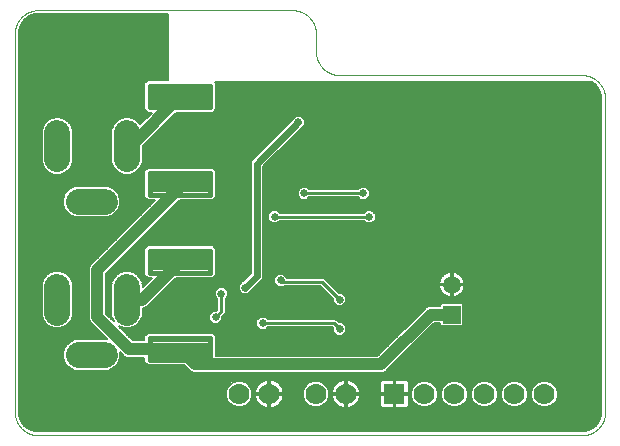
<source format=gbl>
G75*
%MOIN*%
%OFA0B0*%
%FSLAX25Y25*%
%IPPOS*%
%LPD*%
%AMOC8*
5,1,8,0,0,1.08239X$1,22.5*
%
%ADD10C,0.00000*%
%ADD11R,0.07000X0.07000*%
%ADD12C,0.07000*%
%ADD13R,0.05906X0.05906*%
%ADD14C,0.05906*%
%ADD15C,0.01811*%
%ADD16C,0.08661*%
%ADD17C,0.02578*%
%ADD18C,0.01000*%
%ADD19C,0.02400*%
%ADD20C,0.00600*%
%ADD21C,0.15811*%
%ADD22C,0.04000*%
D10*
X0086176Y0058146D02*
X0267279Y0058146D01*
X0267469Y0058148D01*
X0267659Y0058155D01*
X0267849Y0058167D01*
X0268039Y0058183D01*
X0268228Y0058203D01*
X0268417Y0058229D01*
X0268605Y0058258D01*
X0268792Y0058293D01*
X0268978Y0058332D01*
X0269163Y0058375D01*
X0269348Y0058423D01*
X0269531Y0058475D01*
X0269712Y0058531D01*
X0269892Y0058592D01*
X0270071Y0058658D01*
X0270248Y0058727D01*
X0270424Y0058801D01*
X0270597Y0058879D01*
X0270769Y0058962D01*
X0270938Y0059048D01*
X0271106Y0059138D01*
X0271271Y0059233D01*
X0271434Y0059331D01*
X0271594Y0059434D01*
X0271752Y0059540D01*
X0271907Y0059650D01*
X0272060Y0059763D01*
X0272210Y0059881D01*
X0272356Y0060002D01*
X0272500Y0060126D01*
X0272641Y0060254D01*
X0272779Y0060385D01*
X0272914Y0060520D01*
X0273045Y0060658D01*
X0273173Y0060799D01*
X0273297Y0060943D01*
X0273418Y0061089D01*
X0273536Y0061239D01*
X0273649Y0061392D01*
X0273759Y0061547D01*
X0273865Y0061705D01*
X0273968Y0061865D01*
X0274066Y0062028D01*
X0274161Y0062193D01*
X0274251Y0062361D01*
X0274337Y0062530D01*
X0274420Y0062702D01*
X0274498Y0062875D01*
X0274572Y0063051D01*
X0274641Y0063228D01*
X0274707Y0063407D01*
X0274768Y0063587D01*
X0274824Y0063768D01*
X0274876Y0063951D01*
X0274924Y0064136D01*
X0274967Y0064321D01*
X0275006Y0064507D01*
X0275041Y0064694D01*
X0275070Y0064882D01*
X0275096Y0065071D01*
X0275116Y0065260D01*
X0275132Y0065450D01*
X0275144Y0065640D01*
X0275151Y0065830D01*
X0275153Y0066020D01*
X0275153Y0170350D01*
X0275151Y0170540D01*
X0275144Y0170730D01*
X0275132Y0170920D01*
X0275116Y0171110D01*
X0275096Y0171299D01*
X0275070Y0171488D01*
X0275041Y0171676D01*
X0275006Y0171863D01*
X0274967Y0172049D01*
X0274924Y0172234D01*
X0274876Y0172419D01*
X0274824Y0172602D01*
X0274768Y0172783D01*
X0274707Y0172963D01*
X0274641Y0173142D01*
X0274572Y0173319D01*
X0274498Y0173495D01*
X0274420Y0173668D01*
X0274337Y0173840D01*
X0274251Y0174009D01*
X0274161Y0174177D01*
X0274066Y0174342D01*
X0273968Y0174505D01*
X0273865Y0174665D01*
X0273759Y0174823D01*
X0273649Y0174978D01*
X0273536Y0175131D01*
X0273418Y0175281D01*
X0273297Y0175427D01*
X0273173Y0175571D01*
X0273045Y0175712D01*
X0272914Y0175850D01*
X0272779Y0175985D01*
X0272641Y0176116D01*
X0272500Y0176244D01*
X0272356Y0176368D01*
X0272210Y0176489D01*
X0272060Y0176607D01*
X0271907Y0176720D01*
X0271752Y0176830D01*
X0271594Y0176936D01*
X0271434Y0177039D01*
X0271271Y0177137D01*
X0271106Y0177232D01*
X0270938Y0177322D01*
X0270769Y0177408D01*
X0270597Y0177491D01*
X0270424Y0177569D01*
X0270248Y0177643D01*
X0270071Y0177712D01*
X0269892Y0177778D01*
X0269712Y0177839D01*
X0269531Y0177895D01*
X0269348Y0177947D01*
X0269163Y0177995D01*
X0268978Y0178038D01*
X0268792Y0178077D01*
X0268605Y0178112D01*
X0268417Y0178141D01*
X0268228Y0178167D01*
X0268039Y0178187D01*
X0267849Y0178203D01*
X0267659Y0178215D01*
X0267469Y0178222D01*
X0267279Y0178224D01*
X0186570Y0178224D01*
X0186380Y0178226D01*
X0186190Y0178233D01*
X0186000Y0178245D01*
X0185810Y0178261D01*
X0185621Y0178281D01*
X0185432Y0178307D01*
X0185244Y0178336D01*
X0185057Y0178371D01*
X0184871Y0178410D01*
X0184686Y0178453D01*
X0184501Y0178501D01*
X0184318Y0178553D01*
X0184137Y0178609D01*
X0183957Y0178670D01*
X0183778Y0178736D01*
X0183601Y0178805D01*
X0183425Y0178879D01*
X0183252Y0178957D01*
X0183080Y0179040D01*
X0182911Y0179126D01*
X0182743Y0179216D01*
X0182578Y0179311D01*
X0182415Y0179409D01*
X0182255Y0179512D01*
X0182097Y0179618D01*
X0181942Y0179728D01*
X0181789Y0179841D01*
X0181639Y0179959D01*
X0181493Y0180080D01*
X0181349Y0180204D01*
X0181208Y0180332D01*
X0181070Y0180463D01*
X0180935Y0180598D01*
X0180804Y0180736D01*
X0180676Y0180877D01*
X0180552Y0181021D01*
X0180431Y0181167D01*
X0180313Y0181317D01*
X0180200Y0181470D01*
X0180090Y0181625D01*
X0179984Y0181783D01*
X0179881Y0181943D01*
X0179783Y0182106D01*
X0179688Y0182271D01*
X0179598Y0182439D01*
X0179512Y0182608D01*
X0179429Y0182780D01*
X0179351Y0182953D01*
X0179277Y0183129D01*
X0179208Y0183306D01*
X0179142Y0183485D01*
X0179081Y0183665D01*
X0179025Y0183846D01*
X0178973Y0184029D01*
X0178925Y0184214D01*
X0178882Y0184399D01*
X0178843Y0184585D01*
X0178808Y0184772D01*
X0178779Y0184960D01*
X0178753Y0185149D01*
X0178733Y0185338D01*
X0178717Y0185528D01*
X0178705Y0185718D01*
X0178698Y0185908D01*
X0178696Y0186098D01*
X0178696Y0192004D01*
X0178694Y0192194D01*
X0178687Y0192384D01*
X0178675Y0192574D01*
X0178659Y0192764D01*
X0178639Y0192953D01*
X0178613Y0193142D01*
X0178584Y0193330D01*
X0178549Y0193517D01*
X0178510Y0193703D01*
X0178467Y0193888D01*
X0178419Y0194073D01*
X0178367Y0194256D01*
X0178311Y0194437D01*
X0178250Y0194617D01*
X0178184Y0194796D01*
X0178115Y0194973D01*
X0178041Y0195149D01*
X0177963Y0195322D01*
X0177880Y0195494D01*
X0177794Y0195663D01*
X0177704Y0195831D01*
X0177609Y0195996D01*
X0177511Y0196159D01*
X0177408Y0196319D01*
X0177302Y0196477D01*
X0177192Y0196632D01*
X0177079Y0196785D01*
X0176961Y0196935D01*
X0176840Y0197081D01*
X0176716Y0197225D01*
X0176588Y0197366D01*
X0176457Y0197504D01*
X0176322Y0197639D01*
X0176184Y0197770D01*
X0176043Y0197898D01*
X0175899Y0198022D01*
X0175753Y0198143D01*
X0175603Y0198261D01*
X0175450Y0198374D01*
X0175295Y0198484D01*
X0175137Y0198590D01*
X0174977Y0198693D01*
X0174814Y0198791D01*
X0174649Y0198886D01*
X0174481Y0198976D01*
X0174312Y0199062D01*
X0174140Y0199145D01*
X0173967Y0199223D01*
X0173791Y0199297D01*
X0173614Y0199366D01*
X0173435Y0199432D01*
X0173255Y0199493D01*
X0173074Y0199549D01*
X0172891Y0199601D01*
X0172706Y0199649D01*
X0172521Y0199692D01*
X0172335Y0199731D01*
X0172148Y0199766D01*
X0171960Y0199795D01*
X0171771Y0199821D01*
X0171582Y0199841D01*
X0171392Y0199857D01*
X0171202Y0199869D01*
X0171012Y0199876D01*
X0170822Y0199878D01*
X0086176Y0199878D01*
X0085986Y0199876D01*
X0085796Y0199869D01*
X0085606Y0199857D01*
X0085416Y0199841D01*
X0085227Y0199821D01*
X0085038Y0199795D01*
X0084850Y0199766D01*
X0084663Y0199731D01*
X0084477Y0199692D01*
X0084292Y0199649D01*
X0084107Y0199601D01*
X0083924Y0199549D01*
X0083743Y0199493D01*
X0083563Y0199432D01*
X0083384Y0199366D01*
X0083207Y0199297D01*
X0083031Y0199223D01*
X0082858Y0199145D01*
X0082686Y0199062D01*
X0082517Y0198976D01*
X0082349Y0198886D01*
X0082184Y0198791D01*
X0082021Y0198693D01*
X0081861Y0198590D01*
X0081703Y0198484D01*
X0081548Y0198374D01*
X0081395Y0198261D01*
X0081245Y0198143D01*
X0081099Y0198022D01*
X0080955Y0197898D01*
X0080814Y0197770D01*
X0080676Y0197639D01*
X0080541Y0197504D01*
X0080410Y0197366D01*
X0080282Y0197225D01*
X0080158Y0197081D01*
X0080037Y0196935D01*
X0079919Y0196785D01*
X0079806Y0196632D01*
X0079696Y0196477D01*
X0079590Y0196319D01*
X0079487Y0196159D01*
X0079389Y0195996D01*
X0079294Y0195831D01*
X0079204Y0195663D01*
X0079118Y0195494D01*
X0079035Y0195322D01*
X0078957Y0195149D01*
X0078883Y0194973D01*
X0078814Y0194796D01*
X0078748Y0194617D01*
X0078687Y0194437D01*
X0078631Y0194256D01*
X0078579Y0194073D01*
X0078531Y0193888D01*
X0078488Y0193703D01*
X0078449Y0193517D01*
X0078414Y0193330D01*
X0078385Y0193142D01*
X0078359Y0192953D01*
X0078339Y0192764D01*
X0078323Y0192574D01*
X0078311Y0192384D01*
X0078304Y0192194D01*
X0078302Y0192004D01*
X0078302Y0066020D01*
X0078304Y0065830D01*
X0078311Y0065640D01*
X0078323Y0065450D01*
X0078339Y0065260D01*
X0078359Y0065071D01*
X0078385Y0064882D01*
X0078414Y0064694D01*
X0078449Y0064507D01*
X0078488Y0064321D01*
X0078531Y0064136D01*
X0078579Y0063951D01*
X0078631Y0063768D01*
X0078687Y0063587D01*
X0078748Y0063407D01*
X0078814Y0063228D01*
X0078883Y0063051D01*
X0078957Y0062875D01*
X0079035Y0062702D01*
X0079118Y0062530D01*
X0079204Y0062361D01*
X0079294Y0062193D01*
X0079389Y0062028D01*
X0079487Y0061865D01*
X0079590Y0061705D01*
X0079696Y0061547D01*
X0079806Y0061392D01*
X0079919Y0061239D01*
X0080037Y0061089D01*
X0080158Y0060943D01*
X0080282Y0060799D01*
X0080410Y0060658D01*
X0080541Y0060520D01*
X0080676Y0060385D01*
X0080814Y0060254D01*
X0080955Y0060126D01*
X0081099Y0060002D01*
X0081245Y0059881D01*
X0081395Y0059763D01*
X0081548Y0059650D01*
X0081703Y0059540D01*
X0081861Y0059434D01*
X0082021Y0059331D01*
X0082184Y0059233D01*
X0082349Y0059138D01*
X0082517Y0059048D01*
X0082686Y0058962D01*
X0082858Y0058879D01*
X0083031Y0058801D01*
X0083207Y0058727D01*
X0083384Y0058658D01*
X0083563Y0058592D01*
X0083743Y0058531D01*
X0083924Y0058475D01*
X0084107Y0058423D01*
X0084292Y0058375D01*
X0084477Y0058332D01*
X0084663Y0058293D01*
X0084850Y0058258D01*
X0085038Y0058229D01*
X0085227Y0058203D01*
X0085416Y0058183D01*
X0085606Y0058167D01*
X0085796Y0058155D01*
X0085986Y0058148D01*
X0086176Y0058146D01*
D11*
X0204877Y0071925D03*
D12*
X0214877Y0071925D03*
X0224877Y0071925D03*
X0234877Y0071925D03*
X0244877Y0071925D03*
X0254877Y0071925D03*
X0188696Y0071925D03*
X0178696Y0071925D03*
X0163106Y0071925D03*
X0153106Y0071925D03*
D13*
X0223972Y0098421D03*
D14*
X0223972Y0108421D03*
D15*
X0143539Y0112398D02*
X0143539Y0119642D01*
X0143539Y0112398D02*
X0123303Y0112398D01*
X0123303Y0119642D01*
X0143539Y0119642D01*
X0143539Y0114118D02*
X0123303Y0114118D01*
X0123303Y0115838D02*
X0143539Y0115838D01*
X0143539Y0117558D02*
X0123303Y0117558D01*
X0123303Y0119278D02*
X0143539Y0119278D01*
X0143539Y0138382D02*
X0143539Y0145626D01*
X0143539Y0138382D02*
X0123303Y0138382D01*
X0123303Y0145626D01*
X0143539Y0145626D01*
X0143539Y0140102D02*
X0123303Y0140102D01*
X0123303Y0141822D02*
X0143539Y0141822D01*
X0143539Y0143542D02*
X0123303Y0143542D01*
X0123303Y0145262D02*
X0143539Y0145262D01*
X0143539Y0167516D02*
X0143539Y0174760D01*
X0143539Y0167516D02*
X0123303Y0167516D01*
X0123303Y0174760D01*
X0143539Y0174760D01*
X0143539Y0169236D02*
X0123303Y0169236D01*
X0123303Y0170956D02*
X0143539Y0170956D01*
X0143539Y0172676D02*
X0123303Y0172676D01*
X0123303Y0174396D02*
X0143539Y0174396D01*
X0143539Y0090508D02*
X0143539Y0083264D01*
X0123303Y0083264D01*
X0123303Y0090508D01*
X0143539Y0090508D01*
X0143539Y0084984D02*
X0123303Y0084984D01*
X0123303Y0086704D02*
X0143539Y0086704D01*
X0143539Y0088424D02*
X0123303Y0088424D01*
X0123303Y0090144D02*
X0143539Y0090144D01*
D16*
X0115704Y0099091D02*
X0115704Y0107752D01*
X0092476Y0107752D02*
X0092476Y0099091D01*
X0099562Y0084917D02*
X0108224Y0084917D01*
X0108224Y0136098D02*
X0099562Y0136098D01*
X0092476Y0150272D02*
X0092476Y0158933D01*
X0115704Y0158933D02*
X0115704Y0150272D01*
D17*
X0131452Y0156571D03*
X0131452Y0160508D03*
X0134523Y0153177D03*
X0146806Y0161689D03*
X0151137Y0146728D03*
X0174759Y0138854D03*
X0185070Y0135480D03*
X0194444Y0138854D03*
X0196413Y0142791D03*
X0196413Y0150665D03*
X0196413Y0158539D03*
X0196413Y0166413D03*
X0184602Y0170350D03*
X0172791Y0162476D03*
X0208224Y0168382D03*
X0216098Y0168382D03*
X0227909Y0166413D03*
X0227909Y0158539D03*
X0227909Y0150665D03*
X0227909Y0142791D03*
X0216098Y0140823D03*
X0208224Y0140823D03*
X0200350Y0130980D03*
X0196413Y0130980D03*
X0204287Y0121138D03*
X0186570Y0103421D03*
X0186570Y0093579D03*
X0194444Y0085705D03*
X0175547Y0087280D03*
X0170822Y0089642D03*
X0160980Y0095547D03*
X0166885Y0098303D03*
X0155074Y0107358D03*
X0147190Y0105400D03*
X0145232Y0097516D03*
X0151137Y0091610D03*
X0136491Y0098146D03*
X0132554Y0098146D03*
X0132554Y0102083D03*
X0101924Y0093579D03*
X0131452Y0075862D03*
X0166885Y0109838D03*
X0164917Y0130980D03*
X0119641Y0164445D03*
X0090113Y0190035D03*
X0082239Y0134917D03*
X0235783Y0130980D03*
X0259405Y0148697D03*
X0241688Y0174287D03*
X0263342Y0087673D03*
X0265310Y0067988D03*
X0239720Y0066020D03*
D18*
X0186570Y0093579D02*
X0184602Y0095547D01*
X0160980Y0095547D01*
X0147190Y0099474D02*
X0145232Y0097516D01*
X0147190Y0099474D02*
X0147190Y0105400D01*
X0166885Y0109838D02*
X0167396Y0109327D01*
X0180665Y0109327D01*
X0186570Y0103421D01*
X0196413Y0130980D02*
X0164917Y0130980D01*
X0174759Y0138854D02*
X0194444Y0138854D01*
D19*
X0172791Y0162476D02*
X0159011Y0148697D01*
X0159011Y0111295D01*
X0155074Y0107358D01*
D20*
X0083192Y0060162D02*
X0081528Y0061371D01*
X0080319Y0063035D01*
X0079683Y0064991D01*
X0079602Y0066020D01*
X0079602Y0192004D01*
X0079683Y0193032D01*
X0080319Y0194988D01*
X0081528Y0196652D01*
X0083192Y0197861D01*
X0085148Y0198497D01*
X0086176Y0198578D01*
X0129484Y0198578D01*
X0129484Y0176565D01*
X0122555Y0176565D01*
X0121497Y0175508D01*
X0121497Y0166768D01*
X0122555Y0165710D01*
X0123892Y0165710D01*
X0120108Y0161926D01*
X0118667Y0163367D01*
X0116744Y0164164D01*
X0114664Y0164164D01*
X0112741Y0163367D01*
X0111270Y0161896D01*
X0110473Y0159974D01*
X0110473Y0149231D01*
X0111270Y0147309D01*
X0112741Y0145837D01*
X0114664Y0145041D01*
X0116744Y0145041D01*
X0118667Y0145837D01*
X0120138Y0147309D01*
X0120935Y0149231D01*
X0120935Y0154551D01*
X0132094Y0165710D01*
X0144287Y0165710D01*
X0145344Y0166768D01*
X0145344Y0175508D01*
X0144896Y0175956D01*
X0270610Y0175956D01*
X0271927Y0174999D01*
X0273136Y0173335D01*
X0273772Y0171379D01*
X0273853Y0170350D01*
X0273853Y0066020D01*
X0273772Y0064991D01*
X0273136Y0063035D01*
X0271927Y0061371D01*
X0270263Y0060162D01*
X0268307Y0059527D01*
X0267279Y0059446D01*
X0086176Y0059446D01*
X0085148Y0059527D01*
X0083192Y0060162D01*
X0082672Y0060540D02*
X0270783Y0060540D01*
X0271607Y0061138D02*
X0081849Y0061138D01*
X0081262Y0061737D02*
X0272193Y0061737D01*
X0272628Y0062335D02*
X0080827Y0062335D01*
X0080393Y0062934D02*
X0273063Y0062934D01*
X0273298Y0063532D02*
X0080157Y0063532D01*
X0079963Y0064131D02*
X0273492Y0064131D01*
X0273687Y0064729D02*
X0079768Y0064729D01*
X0079657Y0065328D02*
X0273798Y0065328D01*
X0273845Y0065926D02*
X0079610Y0065926D01*
X0079602Y0066525D02*
X0273853Y0066525D01*
X0273853Y0067123D02*
X0079602Y0067123D01*
X0079602Y0067722D02*
X0151756Y0067722D01*
X0152230Y0067525D02*
X0153981Y0067525D01*
X0155598Y0068195D01*
X0156836Y0069433D01*
X0157506Y0071050D01*
X0157506Y0072800D01*
X0156836Y0074418D01*
X0155598Y0075655D01*
X0153981Y0076325D01*
X0152230Y0076325D01*
X0150613Y0075655D01*
X0149375Y0074418D01*
X0148706Y0072800D01*
X0148706Y0071050D01*
X0149375Y0069433D01*
X0150613Y0068195D01*
X0152230Y0067525D01*
X0150488Y0068320D02*
X0079602Y0068320D01*
X0079602Y0068919D02*
X0149889Y0068919D01*
X0149340Y0069517D02*
X0079602Y0069517D01*
X0079602Y0070116D02*
X0149092Y0070116D01*
X0148845Y0070714D02*
X0079602Y0070714D01*
X0079602Y0071313D02*
X0148706Y0071313D01*
X0148706Y0071911D02*
X0079602Y0071911D01*
X0079602Y0072510D02*
X0148706Y0072510D01*
X0148833Y0073108D02*
X0079602Y0073108D01*
X0079602Y0073707D02*
X0149081Y0073707D01*
X0149329Y0074305D02*
X0079602Y0074305D01*
X0079602Y0074904D02*
X0149862Y0074904D01*
X0150460Y0075502D02*
X0079602Y0075502D01*
X0079602Y0076101D02*
X0151689Y0076101D01*
X0154522Y0076101D02*
X0160728Y0076101D01*
X0160590Y0076031D02*
X0159979Y0075586D01*
X0159444Y0075052D01*
X0159000Y0074441D01*
X0158657Y0073768D01*
X0158424Y0073049D01*
X0158306Y0072303D01*
X0158306Y0072225D01*
X0162806Y0072225D01*
X0162806Y0076725D01*
X0162728Y0076725D01*
X0161982Y0076607D01*
X0161263Y0076374D01*
X0160590Y0076031D01*
X0159895Y0075502D02*
X0155751Y0075502D01*
X0156349Y0074904D02*
X0159337Y0074904D01*
X0158931Y0074305D02*
X0156882Y0074305D01*
X0157130Y0073707D02*
X0158638Y0073707D01*
X0158443Y0073108D02*
X0157378Y0073108D01*
X0157506Y0072510D02*
X0158338Y0072510D01*
X0158306Y0071625D02*
X0158306Y0071547D01*
X0158424Y0070801D01*
X0158657Y0070083D01*
X0159000Y0069409D01*
X0159444Y0068798D01*
X0159979Y0068264D01*
X0160590Y0067820D01*
X0161263Y0067477D01*
X0161982Y0067243D01*
X0162728Y0067125D01*
X0162806Y0067125D01*
X0162806Y0071625D01*
X0163406Y0071625D01*
X0163406Y0072225D01*
X0167906Y0072225D01*
X0167906Y0072303D01*
X0167787Y0073049D01*
X0167554Y0073768D01*
X0167211Y0074441D01*
X0166767Y0075052D01*
X0166233Y0075586D01*
X0165621Y0076031D01*
X0164948Y0076374D01*
X0164230Y0076607D01*
X0163483Y0076725D01*
X0163406Y0076725D01*
X0163406Y0072225D01*
X0162806Y0072225D01*
X0162806Y0071625D01*
X0158306Y0071625D01*
X0158343Y0071313D02*
X0157506Y0071313D01*
X0157506Y0071911D02*
X0162806Y0071911D01*
X0162806Y0071313D02*
X0163406Y0071313D01*
X0163406Y0071625D02*
X0163406Y0067125D01*
X0163483Y0067125D01*
X0164230Y0067243D01*
X0164948Y0067477D01*
X0165621Y0067820D01*
X0166233Y0068264D01*
X0166767Y0068798D01*
X0167211Y0069409D01*
X0167554Y0070083D01*
X0167787Y0070801D01*
X0167906Y0071547D01*
X0167906Y0071625D01*
X0163406Y0071625D01*
X0163406Y0071911D02*
X0174296Y0071911D01*
X0174296Y0071313D02*
X0167868Y0071313D01*
X0167759Y0070714D02*
X0174435Y0070714D01*
X0174296Y0071050D02*
X0174966Y0069433D01*
X0176204Y0068195D01*
X0177821Y0067525D01*
X0179571Y0067525D01*
X0181189Y0068195D01*
X0182426Y0069433D01*
X0183096Y0071050D01*
X0183096Y0072800D01*
X0182426Y0074418D01*
X0181189Y0075655D01*
X0179571Y0076325D01*
X0177821Y0076325D01*
X0176204Y0075655D01*
X0174966Y0074418D01*
X0174296Y0072800D01*
X0174296Y0071050D01*
X0174683Y0070116D02*
X0167565Y0070116D01*
X0167266Y0069517D02*
X0174931Y0069517D01*
X0175480Y0068919D02*
X0166854Y0068919D01*
X0166289Y0068320D02*
X0176078Y0068320D01*
X0177346Y0067722D02*
X0165429Y0067722D01*
X0163406Y0067722D02*
X0162806Y0067722D01*
X0162806Y0068320D02*
X0163406Y0068320D01*
X0163406Y0068919D02*
X0162806Y0068919D01*
X0162806Y0069517D02*
X0163406Y0069517D01*
X0163406Y0070116D02*
X0162806Y0070116D01*
X0162806Y0070714D02*
X0163406Y0070714D01*
X0163406Y0072510D02*
X0162806Y0072510D01*
X0162806Y0073108D02*
X0163406Y0073108D01*
X0163406Y0073707D02*
X0162806Y0073707D01*
X0162806Y0074305D02*
X0163406Y0074305D01*
X0163406Y0074904D02*
X0162806Y0074904D01*
X0162806Y0075502D02*
X0163406Y0075502D01*
X0163406Y0076101D02*
X0162806Y0076101D01*
X0162806Y0076700D02*
X0163406Y0076700D01*
X0163645Y0076700D02*
X0188156Y0076700D01*
X0188318Y0076725D02*
X0187572Y0076607D01*
X0186854Y0076374D01*
X0186180Y0076031D01*
X0185569Y0075586D01*
X0185035Y0075052D01*
X0184591Y0074441D01*
X0184248Y0073768D01*
X0184014Y0073049D01*
X0183896Y0072303D01*
X0183896Y0072225D01*
X0188396Y0072225D01*
X0188396Y0071625D01*
X0188996Y0071625D01*
X0188996Y0067125D01*
X0189074Y0067125D01*
X0189820Y0067243D01*
X0190539Y0067477D01*
X0191212Y0067820D01*
X0191823Y0068264D01*
X0192357Y0068798D01*
X0192801Y0069409D01*
X0193144Y0070083D01*
X0193378Y0070801D01*
X0193496Y0071547D01*
X0193496Y0071625D01*
X0188996Y0071625D01*
X0188996Y0072225D01*
X0193496Y0072225D01*
X0193496Y0072303D01*
X0193378Y0073049D01*
X0193144Y0073768D01*
X0192801Y0074441D01*
X0192357Y0075052D01*
X0191823Y0075586D01*
X0191212Y0076031D01*
X0190539Y0076374D01*
X0189820Y0076607D01*
X0189074Y0076725D01*
X0188996Y0076725D01*
X0188996Y0072225D01*
X0188396Y0072225D01*
X0188396Y0076725D01*
X0188318Y0076725D01*
X0188396Y0076700D02*
X0188996Y0076700D01*
X0189236Y0076700D02*
X0201110Y0076700D01*
X0201206Y0076725D02*
X0200875Y0076637D01*
X0200579Y0076465D01*
X0200337Y0076223D01*
X0200166Y0075927D01*
X0200077Y0075596D01*
X0200077Y0072225D01*
X0204577Y0072225D01*
X0204577Y0071625D01*
X0205177Y0071625D01*
X0205177Y0067125D01*
X0208548Y0067125D01*
X0208879Y0067214D01*
X0209175Y0067385D01*
X0209417Y0067627D01*
X0209589Y0067923D01*
X0209677Y0068254D01*
X0209677Y0071625D01*
X0205177Y0071625D01*
X0205177Y0072225D01*
X0204577Y0072225D01*
X0204577Y0076725D01*
X0201206Y0076725D01*
X0200266Y0076101D02*
X0191074Y0076101D01*
X0191907Y0075502D02*
X0200077Y0075502D01*
X0200077Y0074904D02*
X0192465Y0074904D01*
X0192870Y0074305D02*
X0200077Y0074305D01*
X0200077Y0073707D02*
X0193164Y0073707D01*
X0193359Y0073108D02*
X0200077Y0073108D01*
X0200077Y0072510D02*
X0193463Y0072510D01*
X0193459Y0071313D02*
X0200077Y0071313D01*
X0200077Y0071625D02*
X0200077Y0068254D01*
X0200166Y0067923D01*
X0200337Y0067627D01*
X0200579Y0067385D01*
X0200875Y0067214D01*
X0201206Y0067125D01*
X0204577Y0067125D01*
X0204577Y0071625D01*
X0200077Y0071625D01*
X0200077Y0070714D02*
X0193350Y0070714D01*
X0193155Y0070116D02*
X0200077Y0070116D01*
X0200077Y0069517D02*
X0192856Y0069517D01*
X0192445Y0068919D02*
X0200077Y0068919D01*
X0200077Y0068320D02*
X0191880Y0068320D01*
X0191020Y0067722D02*
X0200282Y0067722D01*
X0204577Y0067722D02*
X0205177Y0067722D01*
X0205177Y0068320D02*
X0204577Y0068320D01*
X0204577Y0068919D02*
X0205177Y0068919D01*
X0205177Y0069517D02*
X0204577Y0069517D01*
X0204577Y0070116D02*
X0205177Y0070116D01*
X0205177Y0070714D02*
X0204577Y0070714D01*
X0204577Y0071313D02*
X0205177Y0071313D01*
X0205177Y0071911D02*
X0210477Y0071911D01*
X0210477Y0071313D02*
X0209677Y0071313D01*
X0209677Y0070714D02*
X0210616Y0070714D01*
X0210477Y0071050D02*
X0211147Y0069433D01*
X0212385Y0068195D01*
X0214002Y0067525D01*
X0215752Y0067525D01*
X0217370Y0068195D01*
X0218607Y0069433D01*
X0219277Y0071050D01*
X0219277Y0072800D01*
X0218607Y0074418D01*
X0217370Y0075655D01*
X0215752Y0076325D01*
X0214002Y0076325D01*
X0212385Y0075655D01*
X0211147Y0074418D01*
X0210477Y0072800D01*
X0210477Y0071050D01*
X0210864Y0070116D02*
X0209677Y0070116D01*
X0209677Y0069517D02*
X0211112Y0069517D01*
X0211661Y0068919D02*
X0209677Y0068919D01*
X0209677Y0068320D02*
X0212260Y0068320D01*
X0213527Y0067722D02*
X0209472Y0067722D01*
X0209677Y0072225D02*
X0205177Y0072225D01*
X0205177Y0076725D01*
X0208548Y0076725D01*
X0208879Y0076637D01*
X0209175Y0076465D01*
X0209417Y0076223D01*
X0209589Y0075927D01*
X0209677Y0075596D01*
X0209677Y0072225D01*
X0209677Y0072510D02*
X0210477Y0072510D01*
X0210605Y0073108D02*
X0209677Y0073108D01*
X0209677Y0073707D02*
X0210853Y0073707D01*
X0211101Y0074305D02*
X0209677Y0074305D01*
X0209677Y0074904D02*
X0211633Y0074904D01*
X0212232Y0075502D02*
X0209677Y0075502D01*
X0209488Y0076101D02*
X0213461Y0076101D01*
X0216294Y0076101D02*
X0223461Y0076101D01*
X0224002Y0076325D02*
X0222385Y0075655D01*
X0221147Y0074418D01*
X0220477Y0072800D01*
X0220477Y0071050D01*
X0221147Y0069433D01*
X0222385Y0068195D01*
X0224002Y0067525D01*
X0225752Y0067525D01*
X0227370Y0068195D01*
X0228607Y0069433D01*
X0229277Y0071050D01*
X0229277Y0072800D01*
X0228607Y0074418D01*
X0227370Y0075655D01*
X0225752Y0076325D01*
X0224002Y0076325D01*
X0222232Y0075502D02*
X0217522Y0075502D01*
X0218121Y0074904D02*
X0221633Y0074904D01*
X0221101Y0074305D02*
X0218654Y0074305D01*
X0218902Y0073707D02*
X0220853Y0073707D01*
X0220605Y0073108D02*
X0219150Y0073108D01*
X0219277Y0072510D02*
X0220477Y0072510D01*
X0220477Y0071911D02*
X0219277Y0071911D01*
X0219277Y0071313D02*
X0220477Y0071313D01*
X0220616Y0070714D02*
X0219138Y0070714D01*
X0218890Y0070116D02*
X0220864Y0070116D01*
X0221112Y0069517D02*
X0218642Y0069517D01*
X0218093Y0068919D02*
X0221661Y0068919D01*
X0222260Y0068320D02*
X0217495Y0068320D01*
X0216227Y0067722D02*
X0223527Y0067722D01*
X0226227Y0067722D02*
X0233527Y0067722D01*
X0234002Y0067525D02*
X0235752Y0067525D01*
X0237370Y0068195D01*
X0238607Y0069433D01*
X0239277Y0071050D01*
X0239277Y0072800D01*
X0238607Y0074418D01*
X0237370Y0075655D01*
X0235752Y0076325D01*
X0234002Y0076325D01*
X0232385Y0075655D01*
X0231147Y0074418D01*
X0230477Y0072800D01*
X0230477Y0071050D01*
X0231147Y0069433D01*
X0232385Y0068195D01*
X0234002Y0067525D01*
X0232260Y0068320D02*
X0227495Y0068320D01*
X0228093Y0068919D02*
X0231661Y0068919D01*
X0231112Y0069517D02*
X0228642Y0069517D01*
X0228890Y0070116D02*
X0230864Y0070116D01*
X0230616Y0070714D02*
X0229138Y0070714D01*
X0229277Y0071313D02*
X0230477Y0071313D01*
X0230477Y0071911D02*
X0229277Y0071911D01*
X0229277Y0072510D02*
X0230477Y0072510D01*
X0230605Y0073108D02*
X0229150Y0073108D01*
X0228902Y0073707D02*
X0230853Y0073707D01*
X0231101Y0074305D02*
X0228654Y0074305D01*
X0228121Y0074904D02*
X0231633Y0074904D01*
X0232232Y0075502D02*
X0227522Y0075502D01*
X0226294Y0076101D02*
X0233461Y0076101D01*
X0236294Y0076101D02*
X0243461Y0076101D01*
X0244002Y0076325D02*
X0242385Y0075655D01*
X0241147Y0074418D01*
X0240477Y0072800D01*
X0240477Y0071050D01*
X0241147Y0069433D01*
X0242385Y0068195D01*
X0244002Y0067525D01*
X0245752Y0067525D01*
X0247370Y0068195D01*
X0248607Y0069433D01*
X0249277Y0071050D01*
X0249277Y0072800D01*
X0248607Y0074418D01*
X0247370Y0075655D01*
X0245752Y0076325D01*
X0244002Y0076325D01*
X0242232Y0075502D02*
X0237522Y0075502D01*
X0238121Y0074904D02*
X0241633Y0074904D01*
X0241101Y0074305D02*
X0238654Y0074305D01*
X0238902Y0073707D02*
X0240853Y0073707D01*
X0240605Y0073108D02*
X0239150Y0073108D01*
X0239277Y0072510D02*
X0240477Y0072510D01*
X0240477Y0071911D02*
X0239277Y0071911D01*
X0239277Y0071313D02*
X0240477Y0071313D01*
X0240616Y0070714D02*
X0239138Y0070714D01*
X0238890Y0070116D02*
X0240864Y0070116D01*
X0241112Y0069517D02*
X0238642Y0069517D01*
X0238093Y0068919D02*
X0241661Y0068919D01*
X0242260Y0068320D02*
X0237495Y0068320D01*
X0236227Y0067722D02*
X0243527Y0067722D01*
X0246227Y0067722D02*
X0253527Y0067722D01*
X0254002Y0067525D02*
X0255752Y0067525D01*
X0257370Y0068195D01*
X0258607Y0069433D01*
X0259277Y0071050D01*
X0259277Y0072800D01*
X0258607Y0074418D01*
X0257370Y0075655D01*
X0255752Y0076325D01*
X0254002Y0076325D01*
X0252385Y0075655D01*
X0251147Y0074418D01*
X0250477Y0072800D01*
X0250477Y0071050D01*
X0251147Y0069433D01*
X0252385Y0068195D01*
X0254002Y0067525D01*
X0252260Y0068320D02*
X0247495Y0068320D01*
X0248093Y0068919D02*
X0251661Y0068919D01*
X0251112Y0069517D02*
X0248642Y0069517D01*
X0248890Y0070116D02*
X0250864Y0070116D01*
X0250616Y0070714D02*
X0249138Y0070714D01*
X0249277Y0071313D02*
X0250477Y0071313D01*
X0250477Y0071911D02*
X0249277Y0071911D01*
X0249277Y0072510D02*
X0250477Y0072510D01*
X0250605Y0073108D02*
X0249150Y0073108D01*
X0248902Y0073707D02*
X0250853Y0073707D01*
X0251101Y0074305D02*
X0248654Y0074305D01*
X0248121Y0074904D02*
X0251633Y0074904D01*
X0252232Y0075502D02*
X0247522Y0075502D01*
X0246294Y0076101D02*
X0253461Y0076101D01*
X0256294Y0076101D02*
X0273853Y0076101D01*
X0273853Y0075502D02*
X0257522Y0075502D01*
X0258121Y0074904D02*
X0273853Y0074904D01*
X0273853Y0074305D02*
X0258654Y0074305D01*
X0258902Y0073707D02*
X0273853Y0073707D01*
X0273853Y0073108D02*
X0259150Y0073108D01*
X0259277Y0072510D02*
X0273853Y0072510D01*
X0273853Y0071911D02*
X0259277Y0071911D01*
X0259277Y0071313D02*
X0273853Y0071313D01*
X0273853Y0070714D02*
X0259138Y0070714D01*
X0258890Y0070116D02*
X0273853Y0070116D01*
X0273853Y0069517D02*
X0258642Y0069517D01*
X0258093Y0068919D02*
X0273853Y0068919D01*
X0273853Y0068320D02*
X0257495Y0068320D01*
X0256227Y0067722D02*
X0273853Y0067722D01*
X0269583Y0059941D02*
X0083872Y0059941D01*
X0079602Y0076700D02*
X0162566Y0076700D01*
X0165483Y0076101D02*
X0177280Y0076101D01*
X0176051Y0075502D02*
X0166316Y0075502D01*
X0166874Y0074904D02*
X0175452Y0074904D01*
X0174920Y0074305D02*
X0167280Y0074305D01*
X0167574Y0073707D02*
X0174672Y0073707D01*
X0174424Y0073108D02*
X0167768Y0073108D01*
X0167873Y0072510D02*
X0174296Y0072510D01*
X0180113Y0076101D02*
X0186319Y0076101D01*
X0185485Y0075502D02*
X0181341Y0075502D01*
X0181940Y0074904D02*
X0184927Y0074904D01*
X0184522Y0074305D02*
X0182473Y0074305D01*
X0182721Y0073707D02*
X0184228Y0073707D01*
X0184034Y0073108D02*
X0182969Y0073108D01*
X0183096Y0072510D02*
X0183929Y0072510D01*
X0183896Y0071625D02*
X0183896Y0071547D01*
X0184014Y0070801D01*
X0184248Y0070083D01*
X0184591Y0069409D01*
X0185035Y0068798D01*
X0185569Y0068264D01*
X0186180Y0067820D01*
X0186854Y0067477D01*
X0187572Y0067243D01*
X0188318Y0067125D01*
X0188396Y0067125D01*
X0188396Y0071625D01*
X0183896Y0071625D01*
X0183933Y0071313D02*
X0183096Y0071313D01*
X0183096Y0071911D02*
X0188396Y0071911D01*
X0188396Y0071313D02*
X0188996Y0071313D01*
X0188996Y0071911D02*
X0204577Y0071911D01*
X0204577Y0072510D02*
X0205177Y0072510D01*
X0205177Y0073108D02*
X0204577Y0073108D01*
X0204577Y0073707D02*
X0205177Y0073707D01*
X0205177Y0074305D02*
X0204577Y0074305D01*
X0204577Y0074904D02*
X0205177Y0074904D01*
X0205177Y0075502D02*
X0204577Y0075502D01*
X0204577Y0076101D02*
X0205177Y0076101D01*
X0205177Y0076700D02*
X0204577Y0076700D01*
X0201992Y0079309D02*
X0202808Y0080125D01*
X0218204Y0095521D01*
X0220119Y0095521D01*
X0220119Y0095096D01*
X0220646Y0094569D01*
X0227297Y0094569D01*
X0227824Y0095096D01*
X0227824Y0101747D01*
X0227297Y0102274D01*
X0220646Y0102274D01*
X0220119Y0101747D01*
X0220119Y0101321D01*
X0216426Y0101321D01*
X0215360Y0100880D01*
X0214545Y0100064D01*
X0199148Y0084668D01*
X0145344Y0084668D01*
X0145344Y0091256D01*
X0144287Y0092313D01*
X0122555Y0092313D01*
X0121497Y0091256D01*
X0121497Y0089786D01*
X0117693Y0089786D01*
X0112880Y0094599D01*
X0114664Y0093860D01*
X0116744Y0093860D01*
X0118667Y0094656D01*
X0120138Y0096128D01*
X0120935Y0098050D01*
X0120935Y0100521D01*
X0121399Y0100521D01*
X0122465Y0100963D01*
X0123281Y0101779D01*
X0132094Y0110592D01*
X0144287Y0110592D01*
X0145344Y0111650D01*
X0145344Y0120390D01*
X0144287Y0121447D01*
X0122555Y0121447D01*
X0121497Y0120390D01*
X0121497Y0111650D01*
X0122555Y0110592D01*
X0123892Y0110592D01*
X0120935Y0107635D01*
X0120935Y0108792D01*
X0120138Y0110715D01*
X0118667Y0112186D01*
X0116744Y0112983D01*
X0114664Y0112983D01*
X0112741Y0112186D01*
X0111270Y0110715D01*
X0110473Y0108792D01*
X0110473Y0098050D01*
X0111212Y0096266D01*
X0108761Y0098717D01*
X0108761Y0112063D01*
X0133275Y0136576D01*
X0144287Y0136576D01*
X0145344Y0137634D01*
X0145344Y0146374D01*
X0144287Y0147431D01*
X0122555Y0147431D01*
X0121497Y0146374D01*
X0121497Y0137634D01*
X0122555Y0136576D01*
X0125073Y0136576D01*
X0103403Y0114906D01*
X0102961Y0113841D01*
X0102961Y0096939D01*
X0103403Y0095873D01*
X0109128Y0090148D01*
X0098522Y0090148D01*
X0096599Y0089352D01*
X0095128Y0087880D01*
X0094332Y0085958D01*
X0094332Y0083877D01*
X0095128Y0081954D01*
X0096599Y0080483D01*
X0098522Y0079687D01*
X0109264Y0079687D01*
X0111187Y0080483D01*
X0112658Y0081954D01*
X0113454Y0083877D01*
X0113454Y0085822D01*
X0114033Y0085243D01*
X0114849Y0084427D01*
X0115915Y0083986D01*
X0121497Y0083986D01*
X0121497Y0082516D01*
X0122555Y0081458D01*
X0134747Y0081458D01*
X0136080Y0080125D01*
X0136896Y0079309D01*
X0137962Y0078868D01*
X0200927Y0078868D01*
X0201992Y0079309D01*
X0202375Y0079692D02*
X0273853Y0079692D01*
X0273853Y0079094D02*
X0201472Y0079094D01*
X0202808Y0080125D02*
X0202808Y0080125D01*
X0202974Y0080291D02*
X0273853Y0080291D01*
X0273853Y0080889D02*
X0203572Y0080889D01*
X0204171Y0081488D02*
X0273853Y0081488D01*
X0273853Y0082086D02*
X0204769Y0082086D01*
X0205368Y0082685D02*
X0273853Y0082685D01*
X0273853Y0083283D02*
X0205966Y0083283D01*
X0206565Y0083882D02*
X0273853Y0083882D01*
X0273853Y0084480D02*
X0207163Y0084480D01*
X0207762Y0085079D02*
X0273853Y0085079D01*
X0273853Y0085677D02*
X0208360Y0085677D01*
X0208959Y0086276D02*
X0273853Y0086276D01*
X0273853Y0086874D02*
X0209557Y0086874D01*
X0210156Y0087473D02*
X0273853Y0087473D01*
X0273853Y0088071D02*
X0210754Y0088071D01*
X0211353Y0088670D02*
X0273853Y0088670D01*
X0273853Y0089268D02*
X0211951Y0089268D01*
X0212550Y0089867D02*
X0273853Y0089867D01*
X0273853Y0090465D02*
X0213148Y0090465D01*
X0213747Y0091064D02*
X0273853Y0091064D01*
X0273853Y0091662D02*
X0214345Y0091662D01*
X0214944Y0092261D02*
X0273853Y0092261D01*
X0273853Y0092859D02*
X0215542Y0092859D01*
X0216141Y0093458D02*
X0273853Y0093458D01*
X0273853Y0094056D02*
X0216740Y0094056D01*
X0217338Y0094655D02*
X0220560Y0094655D01*
X0220119Y0095253D02*
X0217937Y0095253D01*
X0212128Y0097647D02*
X0161975Y0097647D01*
X0161886Y0097736D02*
X0162675Y0096947D01*
X0185182Y0096947D01*
X0186361Y0095768D01*
X0187477Y0095768D01*
X0188759Y0094485D01*
X0188759Y0092672D01*
X0187477Y0091390D01*
X0185663Y0091390D01*
X0184381Y0092672D01*
X0184381Y0093788D01*
X0184022Y0094147D01*
X0162675Y0094147D01*
X0161886Y0093358D01*
X0160073Y0093358D01*
X0158791Y0094641D01*
X0158791Y0096454D01*
X0160073Y0097736D01*
X0161886Y0097736D01*
X0162574Y0097049D02*
X0211530Y0097049D01*
X0210931Y0096450D02*
X0185678Y0096450D01*
X0186277Y0095852D02*
X0210333Y0095852D01*
X0209734Y0095253D02*
X0187991Y0095253D01*
X0188590Y0094655D02*
X0209136Y0094655D01*
X0208537Y0094056D02*
X0188759Y0094056D01*
X0188759Y0093458D02*
X0207939Y0093458D01*
X0207340Y0092859D02*
X0188759Y0092859D01*
X0188348Y0092261D02*
X0206742Y0092261D01*
X0206143Y0091662D02*
X0187749Y0091662D01*
X0185391Y0091662D02*
X0144938Y0091662D01*
X0145344Y0091064D02*
X0205545Y0091064D01*
X0204946Y0090465D02*
X0145344Y0090465D01*
X0145344Y0089867D02*
X0204348Y0089867D01*
X0203749Y0089268D02*
X0145344Y0089268D01*
X0145344Y0088670D02*
X0203151Y0088670D01*
X0202552Y0088071D02*
X0145344Y0088071D01*
X0145344Y0087473D02*
X0201953Y0087473D01*
X0201355Y0086874D02*
X0145344Y0086874D01*
X0145344Y0086276D02*
X0200756Y0086276D01*
X0200158Y0085677D02*
X0145344Y0085677D01*
X0145344Y0085079D02*
X0199559Y0085079D01*
X0208644Y0076700D02*
X0273853Y0076700D01*
X0273853Y0077298D02*
X0079602Y0077298D01*
X0079602Y0077897D02*
X0273853Y0077897D01*
X0273853Y0078495D02*
X0079602Y0078495D01*
X0079602Y0079094D02*
X0137417Y0079094D01*
X0136513Y0079692D02*
X0109277Y0079692D01*
X0110722Y0080291D02*
X0135915Y0080291D01*
X0135316Y0080889D02*
X0111593Y0080889D01*
X0112191Y0081488D02*
X0122525Y0081488D01*
X0121927Y0082086D02*
X0112713Y0082086D01*
X0112961Y0082685D02*
X0121497Y0082685D01*
X0121497Y0083283D02*
X0113208Y0083283D01*
X0113454Y0083882D02*
X0121497Y0083882D01*
X0114796Y0084480D02*
X0113454Y0084480D01*
X0113454Y0085079D02*
X0114197Y0085079D01*
X0113599Y0085677D02*
X0113454Y0085677D01*
X0117612Y0089867D02*
X0121497Y0089867D01*
X0121497Y0090465D02*
X0117013Y0090465D01*
X0116415Y0091064D02*
X0121497Y0091064D01*
X0121903Y0091662D02*
X0115816Y0091662D01*
X0115218Y0092261D02*
X0122502Y0092261D01*
X0119264Y0095253D02*
X0158791Y0095253D01*
X0158791Y0094655D02*
X0118664Y0094655D01*
X0117219Y0094056D02*
X0159375Y0094056D01*
X0159973Y0093458D02*
X0114021Y0093458D01*
X0114189Y0094056D02*
X0113422Y0094056D01*
X0114619Y0092859D02*
X0184381Y0092859D01*
X0184381Y0093458D02*
X0161986Y0093458D01*
X0162584Y0094056D02*
X0184113Y0094056D01*
X0184792Y0092261D02*
X0144339Y0092261D01*
X0144325Y0095327D02*
X0146138Y0095327D01*
X0147421Y0096609D01*
X0147421Y0097725D01*
X0148590Y0098894D01*
X0148590Y0103705D01*
X0149379Y0104494D01*
X0149379Y0106307D01*
X0148096Y0107589D01*
X0146283Y0107589D01*
X0145001Y0106307D01*
X0145001Y0104494D01*
X0145790Y0103705D01*
X0145790Y0100054D01*
X0145441Y0099705D01*
X0144325Y0099705D01*
X0143043Y0098422D01*
X0143043Y0096609D01*
X0144325Y0095327D01*
X0143800Y0095852D02*
X0119863Y0095852D01*
X0120272Y0096450D02*
X0143201Y0096450D01*
X0143043Y0097049D02*
X0120520Y0097049D01*
X0120768Y0097647D02*
X0143043Y0097647D01*
X0143043Y0098246D02*
X0120935Y0098246D01*
X0120935Y0098844D02*
X0143465Y0098844D01*
X0144063Y0099443D02*
X0120935Y0099443D01*
X0120935Y0100041D02*
X0145777Y0100041D01*
X0145790Y0100640D02*
X0121686Y0100640D01*
X0122741Y0101238D02*
X0145790Y0101238D01*
X0145790Y0101837D02*
X0123339Y0101837D01*
X0123938Y0102436D02*
X0145790Y0102436D01*
X0145790Y0103034D02*
X0124536Y0103034D01*
X0125135Y0103633D02*
X0145790Y0103633D01*
X0145263Y0104231D02*
X0125733Y0104231D01*
X0126332Y0104830D02*
X0145001Y0104830D01*
X0145001Y0105428D02*
X0126930Y0105428D01*
X0127529Y0106027D02*
X0145001Y0106027D01*
X0145319Y0106625D02*
X0128127Y0106625D01*
X0128726Y0107224D02*
X0145917Y0107224D01*
X0148462Y0107224D02*
X0152885Y0107224D01*
X0152885Y0107822D02*
X0129324Y0107822D01*
X0129923Y0108421D02*
X0153041Y0108421D01*
X0152885Y0108265D02*
X0152885Y0106452D01*
X0154167Y0105169D01*
X0155981Y0105169D01*
X0157263Y0106452D01*
X0157263Y0106577D01*
X0159881Y0109195D01*
X0161111Y0110425D01*
X0161111Y0147827D01*
X0173571Y0160287D01*
X0173697Y0160287D01*
X0174980Y0161570D01*
X0174980Y0163383D01*
X0173697Y0164665D01*
X0171884Y0164665D01*
X0170602Y0163383D01*
X0170602Y0163257D01*
X0156911Y0149567D01*
X0156911Y0112165D01*
X0154293Y0109547D01*
X0154167Y0109547D01*
X0152885Y0108265D01*
X0153639Y0109019D02*
X0130521Y0109019D01*
X0131120Y0109618D02*
X0154364Y0109618D01*
X0154962Y0110216D02*
X0131718Y0110216D01*
X0123516Y0110216D02*
X0120345Y0110216D01*
X0120593Y0109618D02*
X0122917Y0109618D01*
X0122319Y0109019D02*
X0120841Y0109019D01*
X0120935Y0108421D02*
X0121720Y0108421D01*
X0121122Y0107822D02*
X0120935Y0107822D01*
X0120039Y0110815D02*
X0122332Y0110815D01*
X0121734Y0111413D02*
X0119440Y0111413D01*
X0118842Y0112012D02*
X0121497Y0112012D01*
X0121497Y0112610D02*
X0117644Y0112610D01*
X0113764Y0112610D02*
X0109309Y0112610D01*
X0108761Y0112012D02*
X0112566Y0112012D01*
X0111968Y0111413D02*
X0108761Y0111413D01*
X0108761Y0110815D02*
X0111369Y0110815D01*
X0111063Y0110216D02*
X0108761Y0110216D01*
X0108761Y0109618D02*
X0110815Y0109618D01*
X0110567Y0109019D02*
X0108761Y0109019D01*
X0108761Y0108421D02*
X0110473Y0108421D01*
X0110473Y0107822D02*
X0108761Y0107822D01*
X0108761Y0107224D02*
X0110473Y0107224D01*
X0110473Y0106625D02*
X0108761Y0106625D01*
X0108761Y0106027D02*
X0110473Y0106027D01*
X0110473Y0105428D02*
X0108761Y0105428D01*
X0108761Y0104830D02*
X0110473Y0104830D01*
X0110473Y0104231D02*
X0108761Y0104231D01*
X0108761Y0103633D02*
X0110473Y0103633D01*
X0110473Y0103034D02*
X0108761Y0103034D01*
X0108761Y0102436D02*
X0110473Y0102436D01*
X0110473Y0101837D02*
X0108761Y0101837D01*
X0108761Y0101238D02*
X0110473Y0101238D01*
X0110473Y0100640D02*
X0108761Y0100640D01*
X0108761Y0100041D02*
X0110473Y0100041D01*
X0110473Y0099443D02*
X0108761Y0099443D01*
X0108761Y0098844D02*
X0110473Y0098844D01*
X0110473Y0098246D02*
X0109233Y0098246D01*
X0109831Y0097647D02*
X0110640Y0097647D01*
X0110430Y0097049D02*
X0110888Y0097049D01*
X0111028Y0096450D02*
X0111136Y0096450D01*
X0107015Y0092261D02*
X0079602Y0092261D01*
X0079602Y0092859D02*
X0106417Y0092859D01*
X0105818Y0093458D02*
X0079602Y0093458D01*
X0079602Y0094056D02*
X0090961Y0094056D01*
X0091435Y0093860D02*
X0089513Y0094656D01*
X0088041Y0096128D01*
X0087245Y0098050D01*
X0087245Y0108792D01*
X0088041Y0110715D01*
X0089513Y0112186D01*
X0091435Y0112983D01*
X0093516Y0112983D01*
X0095439Y0112186D01*
X0096910Y0110715D01*
X0097706Y0108792D01*
X0097706Y0098050D01*
X0096910Y0096128D01*
X0095439Y0094656D01*
X0093516Y0093860D01*
X0091435Y0093860D01*
X0089516Y0094655D02*
X0079602Y0094655D01*
X0079602Y0095253D02*
X0088915Y0095253D01*
X0088317Y0095852D02*
X0079602Y0095852D01*
X0079602Y0096450D02*
X0087908Y0096450D01*
X0087660Y0097049D02*
X0079602Y0097049D01*
X0079602Y0097647D02*
X0087412Y0097647D01*
X0087245Y0098246D02*
X0079602Y0098246D01*
X0079602Y0098844D02*
X0087245Y0098844D01*
X0087245Y0099443D02*
X0079602Y0099443D01*
X0079602Y0100041D02*
X0087245Y0100041D01*
X0087245Y0100640D02*
X0079602Y0100640D01*
X0079602Y0101238D02*
X0087245Y0101238D01*
X0087245Y0101837D02*
X0079602Y0101837D01*
X0079602Y0102436D02*
X0087245Y0102436D01*
X0087245Y0103034D02*
X0079602Y0103034D01*
X0079602Y0103633D02*
X0087245Y0103633D01*
X0087245Y0104231D02*
X0079602Y0104231D01*
X0079602Y0104830D02*
X0087245Y0104830D01*
X0087245Y0105428D02*
X0079602Y0105428D01*
X0079602Y0106027D02*
X0087245Y0106027D01*
X0087245Y0106625D02*
X0079602Y0106625D01*
X0079602Y0107224D02*
X0087245Y0107224D01*
X0087245Y0107822D02*
X0079602Y0107822D01*
X0079602Y0108421D02*
X0087245Y0108421D01*
X0087339Y0109019D02*
X0079602Y0109019D01*
X0079602Y0109618D02*
X0087587Y0109618D01*
X0087835Y0110216D02*
X0079602Y0110216D01*
X0079602Y0110815D02*
X0088141Y0110815D01*
X0088740Y0111413D02*
X0079602Y0111413D01*
X0079602Y0112012D02*
X0089338Y0112012D01*
X0090536Y0112610D02*
X0079602Y0112610D01*
X0079602Y0113209D02*
X0102961Y0113209D01*
X0102961Y0113807D02*
X0079602Y0113807D01*
X0079602Y0114406D02*
X0103196Y0114406D01*
X0103501Y0115004D02*
X0079602Y0115004D01*
X0079602Y0115603D02*
X0104099Y0115603D01*
X0104698Y0116201D02*
X0079602Y0116201D01*
X0079602Y0116800D02*
X0105296Y0116800D01*
X0105895Y0117398D02*
X0079602Y0117398D01*
X0079602Y0117997D02*
X0106493Y0117997D01*
X0107092Y0118595D02*
X0079602Y0118595D01*
X0079602Y0119194D02*
X0107690Y0119194D01*
X0108289Y0119792D02*
X0079602Y0119792D01*
X0079602Y0120391D02*
X0108887Y0120391D01*
X0109486Y0120989D02*
X0079602Y0120989D01*
X0079602Y0121588D02*
X0110084Y0121588D01*
X0110683Y0122186D02*
X0079602Y0122186D01*
X0079602Y0122785D02*
X0111281Y0122785D01*
X0111880Y0123383D02*
X0079602Y0123383D01*
X0079602Y0123982D02*
X0112478Y0123982D01*
X0113077Y0124580D02*
X0079602Y0124580D01*
X0079602Y0125179D02*
X0113675Y0125179D01*
X0114274Y0125777D02*
X0079602Y0125777D01*
X0079602Y0126376D02*
X0114872Y0126376D01*
X0115471Y0126974D02*
X0079602Y0126974D01*
X0079602Y0127573D02*
X0116069Y0127573D01*
X0116668Y0128171D02*
X0079602Y0128171D01*
X0079602Y0128770D02*
X0117267Y0128770D01*
X0117865Y0129369D02*
X0079602Y0129369D01*
X0079602Y0129967D02*
X0118464Y0129967D01*
X0119062Y0130566D02*
X0079602Y0130566D01*
X0079602Y0131164D02*
X0097806Y0131164D01*
X0098522Y0130868D02*
X0096599Y0131664D01*
X0095128Y0133135D01*
X0094332Y0135058D01*
X0094332Y0137139D01*
X0095128Y0139061D01*
X0096599Y0140533D01*
X0098522Y0141329D01*
X0109264Y0141329D01*
X0111187Y0140533D01*
X0112658Y0139061D01*
X0113454Y0137139D01*
X0113454Y0135058D01*
X0112658Y0133135D01*
X0111187Y0131664D01*
X0109264Y0130868D01*
X0098522Y0130868D01*
X0096501Y0131763D02*
X0079602Y0131763D01*
X0079602Y0132361D02*
X0095902Y0132361D01*
X0095304Y0132960D02*
X0079602Y0132960D01*
X0079602Y0133558D02*
X0094953Y0133558D01*
X0094705Y0134157D02*
X0079602Y0134157D01*
X0079602Y0134755D02*
X0094457Y0134755D01*
X0094332Y0135354D02*
X0079602Y0135354D01*
X0079602Y0135952D02*
X0094332Y0135952D01*
X0094332Y0136551D02*
X0079602Y0136551D01*
X0079602Y0137149D02*
X0094336Y0137149D01*
X0094584Y0137748D02*
X0079602Y0137748D01*
X0079602Y0138346D02*
X0094832Y0138346D01*
X0095080Y0138945D02*
X0079602Y0138945D01*
X0079602Y0139543D02*
X0095610Y0139543D01*
X0096208Y0140142D02*
X0079602Y0140142D01*
X0079602Y0140740D02*
X0097100Y0140740D01*
X0094693Y0145528D02*
X0113487Y0145528D01*
X0112451Y0146127D02*
X0095728Y0146127D01*
X0095439Y0145837D02*
X0096910Y0147309D01*
X0097706Y0149231D01*
X0097706Y0159974D01*
X0096910Y0161896D01*
X0095439Y0163367D01*
X0093516Y0164164D01*
X0091435Y0164164D01*
X0089513Y0163367D01*
X0088041Y0161896D01*
X0087245Y0159974D01*
X0087245Y0149231D01*
X0088041Y0147309D01*
X0089513Y0145837D01*
X0091435Y0145041D01*
X0093516Y0145041D01*
X0095439Y0145837D01*
X0096327Y0146725D02*
X0111853Y0146725D01*
X0111263Y0147324D02*
X0096916Y0147324D01*
X0097164Y0147922D02*
X0111015Y0147922D01*
X0110768Y0148521D02*
X0097412Y0148521D01*
X0097660Y0149119D02*
X0110520Y0149119D01*
X0110473Y0149718D02*
X0097706Y0149718D01*
X0097706Y0150316D02*
X0110473Y0150316D01*
X0110473Y0150915D02*
X0097706Y0150915D01*
X0097706Y0151513D02*
X0110473Y0151513D01*
X0110473Y0152112D02*
X0097706Y0152112D01*
X0097706Y0152710D02*
X0110473Y0152710D01*
X0110473Y0153309D02*
X0097706Y0153309D01*
X0097706Y0153907D02*
X0110473Y0153907D01*
X0110473Y0154506D02*
X0097706Y0154506D01*
X0097706Y0155105D02*
X0110473Y0155105D01*
X0110473Y0155703D02*
X0097706Y0155703D01*
X0097706Y0156302D02*
X0110473Y0156302D01*
X0110473Y0156900D02*
X0097706Y0156900D01*
X0097706Y0157499D02*
X0110473Y0157499D01*
X0110473Y0158097D02*
X0097706Y0158097D01*
X0097706Y0158696D02*
X0110473Y0158696D01*
X0110473Y0159294D02*
X0097706Y0159294D01*
X0097706Y0159893D02*
X0110473Y0159893D01*
X0110688Y0160491D02*
X0097492Y0160491D01*
X0097244Y0161090D02*
X0110936Y0161090D01*
X0111184Y0161688D02*
X0096996Y0161688D01*
X0096519Y0162287D02*
X0111660Y0162287D01*
X0112259Y0162885D02*
X0095921Y0162885D01*
X0095158Y0163484D02*
X0113022Y0163484D01*
X0114467Y0164082D02*
X0093713Y0164082D01*
X0091238Y0164082D02*
X0079602Y0164082D01*
X0079602Y0163484D02*
X0089793Y0163484D01*
X0089030Y0162885D02*
X0079602Y0162885D01*
X0079602Y0162287D02*
X0088432Y0162287D01*
X0087955Y0161688D02*
X0079602Y0161688D01*
X0079602Y0161090D02*
X0087707Y0161090D01*
X0087459Y0160491D02*
X0079602Y0160491D01*
X0079602Y0159893D02*
X0087245Y0159893D01*
X0087245Y0159294D02*
X0079602Y0159294D01*
X0079602Y0158696D02*
X0087245Y0158696D01*
X0087245Y0158097D02*
X0079602Y0158097D01*
X0079602Y0157499D02*
X0087245Y0157499D01*
X0087245Y0156900D02*
X0079602Y0156900D01*
X0079602Y0156302D02*
X0087245Y0156302D01*
X0087245Y0155703D02*
X0079602Y0155703D01*
X0079602Y0155105D02*
X0087245Y0155105D01*
X0087245Y0154506D02*
X0079602Y0154506D01*
X0079602Y0153907D02*
X0087245Y0153907D01*
X0087245Y0153309D02*
X0079602Y0153309D01*
X0079602Y0152710D02*
X0087245Y0152710D01*
X0087245Y0152112D02*
X0079602Y0152112D01*
X0079602Y0151513D02*
X0087245Y0151513D01*
X0087245Y0150915D02*
X0079602Y0150915D01*
X0079602Y0150316D02*
X0087245Y0150316D01*
X0087245Y0149718D02*
X0079602Y0149718D01*
X0079602Y0149119D02*
X0087291Y0149119D01*
X0087539Y0148521D02*
X0079602Y0148521D01*
X0079602Y0147922D02*
X0087787Y0147922D01*
X0088035Y0147324D02*
X0079602Y0147324D01*
X0079602Y0146725D02*
X0088625Y0146725D01*
X0089223Y0146127D02*
X0079602Y0146127D01*
X0079602Y0145528D02*
X0090259Y0145528D01*
X0079602Y0144930D02*
X0121497Y0144930D01*
X0121497Y0145528D02*
X0117921Y0145528D01*
X0118957Y0146127D02*
X0121497Y0146127D01*
X0121848Y0146725D02*
X0119555Y0146725D01*
X0120145Y0147324D02*
X0122447Y0147324D01*
X0120393Y0147922D02*
X0156911Y0147922D01*
X0156911Y0147324D02*
X0144394Y0147324D01*
X0144993Y0146725D02*
X0156911Y0146725D01*
X0156911Y0146127D02*
X0145344Y0146127D01*
X0145344Y0145528D02*
X0156911Y0145528D01*
X0156911Y0144930D02*
X0145344Y0144930D01*
X0145344Y0144331D02*
X0156911Y0144331D01*
X0156911Y0143733D02*
X0145344Y0143733D01*
X0145344Y0143134D02*
X0156911Y0143134D01*
X0156911Y0142536D02*
X0145344Y0142536D01*
X0145344Y0141937D02*
X0156911Y0141937D01*
X0156911Y0141339D02*
X0145344Y0141339D01*
X0145344Y0140740D02*
X0156911Y0140740D01*
X0156911Y0140142D02*
X0145344Y0140142D01*
X0145344Y0139543D02*
X0156911Y0139543D01*
X0156911Y0138945D02*
X0145344Y0138945D01*
X0145344Y0138346D02*
X0156911Y0138346D01*
X0156911Y0137748D02*
X0145344Y0137748D01*
X0144859Y0137149D02*
X0156911Y0137149D01*
X0156911Y0136551D02*
X0133250Y0136551D01*
X0132651Y0135952D02*
X0156911Y0135952D01*
X0156911Y0135354D02*
X0132053Y0135354D01*
X0131454Y0134755D02*
X0156911Y0134755D01*
X0156911Y0134157D02*
X0130856Y0134157D01*
X0130257Y0133558D02*
X0156911Y0133558D01*
X0156911Y0132960D02*
X0129659Y0132960D01*
X0129060Y0132361D02*
X0156911Y0132361D01*
X0156911Y0131763D02*
X0128461Y0131763D01*
X0127863Y0131164D02*
X0156911Y0131164D01*
X0156911Y0130566D02*
X0127264Y0130566D01*
X0126666Y0129967D02*
X0156911Y0129967D01*
X0156911Y0129369D02*
X0126067Y0129369D01*
X0125469Y0128770D02*
X0156911Y0128770D01*
X0156911Y0128171D02*
X0124870Y0128171D01*
X0124272Y0127573D02*
X0156911Y0127573D01*
X0156911Y0126974D02*
X0123673Y0126974D01*
X0123075Y0126376D02*
X0156911Y0126376D01*
X0156911Y0125777D02*
X0122476Y0125777D01*
X0121878Y0125179D02*
X0156911Y0125179D01*
X0156911Y0124580D02*
X0121279Y0124580D01*
X0120681Y0123982D02*
X0156911Y0123982D01*
X0156911Y0123383D02*
X0120082Y0123383D01*
X0119484Y0122785D02*
X0156911Y0122785D01*
X0156911Y0122186D02*
X0118885Y0122186D01*
X0118287Y0121588D02*
X0156911Y0121588D01*
X0156911Y0120989D02*
X0144744Y0120989D01*
X0145343Y0120391D02*
X0156911Y0120391D01*
X0156911Y0119792D02*
X0145344Y0119792D01*
X0145344Y0119194D02*
X0156911Y0119194D01*
X0156911Y0118595D02*
X0145344Y0118595D01*
X0145344Y0117997D02*
X0156911Y0117997D01*
X0156911Y0117398D02*
X0145344Y0117398D01*
X0145344Y0116800D02*
X0156911Y0116800D01*
X0156911Y0116201D02*
X0145344Y0116201D01*
X0145344Y0115603D02*
X0156911Y0115603D01*
X0156911Y0115004D02*
X0145344Y0115004D01*
X0145344Y0114406D02*
X0156911Y0114406D01*
X0156911Y0113807D02*
X0145344Y0113807D01*
X0145344Y0113209D02*
X0156911Y0113209D01*
X0156911Y0112610D02*
X0145344Y0112610D01*
X0145344Y0112012D02*
X0156758Y0112012D01*
X0156159Y0111413D02*
X0145108Y0111413D01*
X0144509Y0110815D02*
X0155561Y0110815D01*
X0158508Y0107822D02*
X0165805Y0107822D01*
X0165978Y0107649D02*
X0167792Y0107649D01*
X0168070Y0107927D01*
X0180085Y0107927D01*
X0184381Y0103630D01*
X0184381Y0102515D01*
X0185663Y0101232D01*
X0187477Y0101232D01*
X0188759Y0102515D01*
X0188759Y0104328D01*
X0187477Y0105610D01*
X0186361Y0105610D01*
X0182065Y0109907D01*
X0181245Y0110727D01*
X0169074Y0110727D01*
X0169074Y0110744D01*
X0167792Y0112027D01*
X0165978Y0112027D01*
X0164696Y0110744D01*
X0164696Y0108931D01*
X0165978Y0107649D01*
X0165207Y0108421D02*
X0159106Y0108421D01*
X0159705Y0109019D02*
X0164696Y0109019D01*
X0164696Y0109618D02*
X0160303Y0109618D01*
X0160902Y0110216D02*
X0164696Y0110216D01*
X0164766Y0110815D02*
X0161111Y0110815D01*
X0161111Y0111413D02*
X0165365Y0111413D01*
X0165963Y0112012D02*
X0161111Y0112012D01*
X0161111Y0112610D02*
X0223234Y0112610D01*
X0222976Y0112569D02*
X0222339Y0112362D01*
X0221743Y0112059D01*
X0221201Y0111665D01*
X0220728Y0111192D01*
X0220334Y0110650D01*
X0220031Y0110054D01*
X0219824Y0109417D01*
X0219719Y0108756D01*
X0219719Y0108721D01*
X0223672Y0108721D01*
X0223672Y0108121D01*
X0224272Y0108121D01*
X0224272Y0108721D01*
X0228224Y0108721D01*
X0228224Y0108756D01*
X0228120Y0109417D01*
X0227913Y0110054D01*
X0227609Y0110650D01*
X0227216Y0111192D01*
X0226742Y0111665D01*
X0226201Y0112059D01*
X0225604Y0112362D01*
X0224968Y0112569D01*
X0224306Y0112674D01*
X0224272Y0112674D01*
X0224272Y0108721D01*
X0223672Y0108721D01*
X0223672Y0112674D01*
X0223637Y0112674D01*
X0222976Y0112569D01*
X0223672Y0112610D02*
X0224272Y0112610D01*
X0224709Y0112610D02*
X0273853Y0112610D01*
X0273853Y0112012D02*
X0226265Y0112012D01*
X0226994Y0111413D02*
X0273853Y0111413D01*
X0273853Y0110815D02*
X0227490Y0110815D01*
X0227830Y0110216D02*
X0273853Y0110216D01*
X0273853Y0109618D02*
X0228055Y0109618D01*
X0228183Y0109019D02*
X0273853Y0109019D01*
X0273853Y0108421D02*
X0224272Y0108421D01*
X0224272Y0108121D02*
X0228224Y0108121D01*
X0228224Y0108087D01*
X0228120Y0107425D01*
X0227913Y0106789D01*
X0227609Y0106192D01*
X0227216Y0105651D01*
X0226742Y0105177D01*
X0226201Y0104784D01*
X0225604Y0104480D01*
X0224968Y0104273D01*
X0224306Y0104169D01*
X0224272Y0104169D01*
X0224272Y0108121D01*
X0224272Y0107822D02*
X0223672Y0107822D01*
X0223672Y0108121D02*
X0223672Y0104169D01*
X0223637Y0104169D01*
X0222976Y0104273D01*
X0222339Y0104480D01*
X0221743Y0104784D01*
X0221201Y0105177D01*
X0220728Y0105651D01*
X0220334Y0106192D01*
X0220031Y0106789D01*
X0219824Y0107425D01*
X0219719Y0108087D01*
X0219719Y0108121D01*
X0223672Y0108121D01*
X0223672Y0108421D02*
X0183551Y0108421D01*
X0182952Y0109019D02*
X0219761Y0109019D01*
X0219889Y0109618D02*
X0182354Y0109618D01*
X0181755Y0110216D02*
X0220113Y0110216D01*
X0220454Y0110815D02*
X0169004Y0110815D01*
X0168405Y0111413D02*
X0220949Y0111413D01*
X0221678Y0112012D02*
X0167807Y0112012D01*
X0167965Y0107822D02*
X0180189Y0107822D01*
X0180788Y0107224D02*
X0157909Y0107224D01*
X0157311Y0106625D02*
X0181386Y0106625D01*
X0181985Y0106027D02*
X0156838Y0106027D01*
X0156240Y0105428D02*
X0182583Y0105428D01*
X0183182Y0104830D02*
X0149379Y0104830D01*
X0149379Y0105428D02*
X0153909Y0105428D01*
X0153310Y0106027D02*
X0149379Y0106027D01*
X0149060Y0106625D02*
X0152885Y0106625D01*
X0149116Y0104231D02*
X0183780Y0104231D01*
X0184379Y0103633D02*
X0148590Y0103633D01*
X0148590Y0103034D02*
X0184381Y0103034D01*
X0184460Y0102436D02*
X0148590Y0102436D01*
X0148590Y0101837D02*
X0185059Y0101837D01*
X0185657Y0101238D02*
X0148590Y0101238D01*
X0148590Y0100640D02*
X0215121Y0100640D01*
X0214522Y0100041D02*
X0148590Y0100041D01*
X0148590Y0099443D02*
X0213924Y0099443D01*
X0213325Y0098844D02*
X0148540Y0098844D01*
X0147942Y0098246D02*
X0212727Y0098246D01*
X0216227Y0101238D02*
X0187483Y0101238D01*
X0188082Y0101837D02*
X0220209Y0101837D01*
X0221680Y0104830D02*
X0188258Y0104830D01*
X0188759Y0104231D02*
X0223242Y0104231D01*
X0223672Y0104231D02*
X0224272Y0104231D01*
X0224701Y0104231D02*
X0273853Y0104231D01*
X0273853Y0103633D02*
X0188759Y0103633D01*
X0188759Y0103034D02*
X0273853Y0103034D01*
X0273853Y0102436D02*
X0188680Y0102436D01*
X0187659Y0105428D02*
X0220951Y0105428D01*
X0220455Y0106027D02*
X0185945Y0106027D01*
X0185346Y0106625D02*
X0220114Y0106625D01*
X0219889Y0107224D02*
X0184748Y0107224D01*
X0184149Y0107822D02*
X0219761Y0107822D01*
X0223672Y0107224D02*
X0224272Y0107224D01*
X0224272Y0106625D02*
X0223672Y0106625D01*
X0223672Y0106027D02*
X0224272Y0106027D01*
X0224272Y0105428D02*
X0223672Y0105428D01*
X0223672Y0104830D02*
X0224272Y0104830D01*
X0226263Y0104830D02*
X0273853Y0104830D01*
X0273853Y0105428D02*
X0226993Y0105428D01*
X0227489Y0106027D02*
X0273853Y0106027D01*
X0273853Y0106625D02*
X0227829Y0106625D01*
X0228054Y0107224D02*
X0273853Y0107224D01*
X0273853Y0107822D02*
X0228183Y0107822D01*
X0224272Y0109019D02*
X0223672Y0109019D01*
X0223672Y0109618D02*
X0224272Y0109618D01*
X0224272Y0110216D02*
X0223672Y0110216D01*
X0223672Y0110815D02*
X0224272Y0110815D01*
X0224272Y0111413D02*
X0223672Y0111413D01*
X0223672Y0112012D02*
X0224272Y0112012D01*
X0227734Y0101837D02*
X0273853Y0101837D01*
X0273853Y0101238D02*
X0227824Y0101238D01*
X0227824Y0100640D02*
X0273853Y0100640D01*
X0273853Y0100041D02*
X0227824Y0100041D01*
X0227824Y0099443D02*
X0273853Y0099443D01*
X0273853Y0098844D02*
X0227824Y0098844D01*
X0227824Y0098246D02*
X0273853Y0098246D01*
X0273853Y0097647D02*
X0227824Y0097647D01*
X0227824Y0097049D02*
X0273853Y0097049D01*
X0273853Y0096450D02*
X0227824Y0096450D01*
X0227824Y0095852D02*
X0273853Y0095852D01*
X0273853Y0095253D02*
X0227824Y0095253D01*
X0227384Y0094655D02*
X0273853Y0094655D01*
X0273853Y0113209D02*
X0161111Y0113209D01*
X0161111Y0113807D02*
X0273853Y0113807D01*
X0273853Y0114406D02*
X0161111Y0114406D01*
X0161111Y0115004D02*
X0273853Y0115004D01*
X0273853Y0115603D02*
X0161111Y0115603D01*
X0161111Y0116201D02*
X0273853Y0116201D01*
X0273853Y0116800D02*
X0161111Y0116800D01*
X0161111Y0117398D02*
X0273853Y0117398D01*
X0273853Y0117997D02*
X0161111Y0117997D01*
X0161111Y0118595D02*
X0273853Y0118595D01*
X0273853Y0119194D02*
X0161111Y0119194D01*
X0161111Y0119792D02*
X0273853Y0119792D01*
X0273853Y0120391D02*
X0161111Y0120391D01*
X0161111Y0120989D02*
X0273853Y0120989D01*
X0273853Y0121588D02*
X0161111Y0121588D01*
X0161111Y0122186D02*
X0273853Y0122186D01*
X0273853Y0122785D02*
X0161111Y0122785D01*
X0161111Y0123383D02*
X0273853Y0123383D01*
X0273853Y0123982D02*
X0161111Y0123982D01*
X0161111Y0124580D02*
X0273853Y0124580D01*
X0273853Y0125179D02*
X0161111Y0125179D01*
X0161111Y0125777D02*
X0273853Y0125777D01*
X0273853Y0126376D02*
X0161111Y0126376D01*
X0161111Y0126974D02*
X0273853Y0126974D01*
X0273853Y0127573D02*
X0161111Y0127573D01*
X0161111Y0128171D02*
X0273853Y0128171D01*
X0273853Y0128770D02*
X0161111Y0128770D01*
X0161111Y0129369D02*
X0163433Y0129369D01*
X0164010Y0128791D02*
X0162728Y0130074D01*
X0162728Y0131887D01*
X0164010Y0133169D01*
X0165823Y0133169D01*
X0166612Y0132380D01*
X0194717Y0132380D01*
X0195506Y0133169D01*
X0197319Y0133169D01*
X0198602Y0131887D01*
X0198602Y0130074D01*
X0197319Y0128791D01*
X0195506Y0128791D01*
X0194717Y0129580D01*
X0166612Y0129580D01*
X0165823Y0128791D01*
X0164010Y0128791D01*
X0162834Y0129967D02*
X0161111Y0129967D01*
X0161111Y0130566D02*
X0162728Y0130566D01*
X0162728Y0131164D02*
X0161111Y0131164D01*
X0161111Y0131763D02*
X0162728Y0131763D01*
X0163202Y0132361D02*
X0161111Y0132361D01*
X0161111Y0132960D02*
X0163800Y0132960D01*
X0166033Y0132960D02*
X0195296Y0132960D01*
X0197529Y0132960D02*
X0273853Y0132960D01*
X0273853Y0133558D02*
X0161111Y0133558D01*
X0161111Y0134157D02*
X0273853Y0134157D01*
X0273853Y0134755D02*
X0161111Y0134755D01*
X0161111Y0135354D02*
X0273853Y0135354D01*
X0273853Y0135952D02*
X0161111Y0135952D01*
X0161111Y0136551D02*
X0273853Y0136551D01*
X0273853Y0137149D02*
X0195835Y0137149D01*
X0195351Y0136665D02*
X0196633Y0137948D01*
X0196633Y0139761D01*
X0195351Y0141043D01*
X0193537Y0141043D01*
X0192748Y0140254D01*
X0176455Y0140254D01*
X0175666Y0141043D01*
X0173852Y0141043D01*
X0172570Y0139761D01*
X0172570Y0137948D01*
X0173852Y0136665D01*
X0175666Y0136665D01*
X0176455Y0137454D01*
X0192748Y0137454D01*
X0193537Y0136665D01*
X0195351Y0136665D01*
X0196433Y0137748D02*
X0273853Y0137748D01*
X0273853Y0138346D02*
X0196633Y0138346D01*
X0196633Y0138945D02*
X0273853Y0138945D01*
X0273853Y0139543D02*
X0196633Y0139543D01*
X0196252Y0140142D02*
X0273853Y0140142D01*
X0273853Y0140740D02*
X0195654Y0140740D01*
X0193234Y0140740D02*
X0175969Y0140740D01*
X0173549Y0140740D02*
X0161111Y0140740D01*
X0161111Y0140142D02*
X0172951Y0140142D01*
X0172570Y0139543D02*
X0161111Y0139543D01*
X0161111Y0138945D02*
X0172570Y0138945D01*
X0172570Y0138346D02*
X0161111Y0138346D01*
X0161111Y0137748D02*
X0172770Y0137748D01*
X0173369Y0137149D02*
X0161111Y0137149D01*
X0161111Y0141339D02*
X0273853Y0141339D01*
X0273853Y0141937D02*
X0161111Y0141937D01*
X0161111Y0142536D02*
X0273853Y0142536D01*
X0273853Y0143134D02*
X0161111Y0143134D01*
X0161111Y0143733D02*
X0273853Y0143733D01*
X0273853Y0144331D02*
X0161111Y0144331D01*
X0161111Y0144930D02*
X0273853Y0144930D01*
X0273853Y0145528D02*
X0161111Y0145528D01*
X0161111Y0146127D02*
X0273853Y0146127D01*
X0273853Y0146725D02*
X0161111Y0146725D01*
X0161111Y0147324D02*
X0273853Y0147324D01*
X0273853Y0147922D02*
X0161206Y0147922D01*
X0161805Y0148521D02*
X0273853Y0148521D01*
X0273853Y0149119D02*
X0162403Y0149119D01*
X0163002Y0149718D02*
X0273853Y0149718D01*
X0273853Y0150316D02*
X0163601Y0150316D01*
X0164199Y0150915D02*
X0273853Y0150915D01*
X0273853Y0151513D02*
X0164798Y0151513D01*
X0165396Y0152112D02*
X0273853Y0152112D01*
X0273853Y0152710D02*
X0165995Y0152710D01*
X0166593Y0153309D02*
X0273853Y0153309D01*
X0273853Y0153907D02*
X0167192Y0153907D01*
X0167790Y0154506D02*
X0273853Y0154506D01*
X0273853Y0155105D02*
X0168389Y0155105D01*
X0168987Y0155703D02*
X0273853Y0155703D01*
X0273853Y0156302D02*
X0169586Y0156302D01*
X0170184Y0156900D02*
X0273853Y0156900D01*
X0273853Y0157499D02*
X0170783Y0157499D01*
X0171381Y0158097D02*
X0273853Y0158097D01*
X0273853Y0158696D02*
X0171980Y0158696D01*
X0172578Y0159294D02*
X0273853Y0159294D01*
X0273853Y0159893D02*
X0173177Y0159893D01*
X0173901Y0160491D02*
X0273853Y0160491D01*
X0273853Y0161090D02*
X0174500Y0161090D01*
X0174980Y0161688D02*
X0273853Y0161688D01*
X0273853Y0162287D02*
X0174980Y0162287D01*
X0174980Y0162885D02*
X0273853Y0162885D01*
X0273853Y0163484D02*
X0174879Y0163484D01*
X0174280Y0164082D02*
X0273853Y0164082D01*
X0273853Y0164681D02*
X0131065Y0164681D01*
X0131663Y0165279D02*
X0273853Y0165279D01*
X0273853Y0165878D02*
X0144454Y0165878D01*
X0145052Y0166476D02*
X0273853Y0166476D01*
X0273853Y0167075D02*
X0145344Y0167075D01*
X0145344Y0167673D02*
X0273853Y0167673D01*
X0273853Y0168272D02*
X0145344Y0168272D01*
X0145344Y0168870D02*
X0273853Y0168870D01*
X0273853Y0169469D02*
X0145344Y0169469D01*
X0145344Y0170067D02*
X0273853Y0170067D01*
X0273828Y0170666D02*
X0145344Y0170666D01*
X0145344Y0171264D02*
X0273781Y0171264D01*
X0273615Y0171863D02*
X0145344Y0171863D01*
X0145344Y0172461D02*
X0273420Y0172461D01*
X0273226Y0173060D02*
X0145344Y0173060D01*
X0145344Y0173658D02*
X0272901Y0173658D01*
X0272466Y0174257D02*
X0145344Y0174257D01*
X0145344Y0174855D02*
X0272032Y0174855D01*
X0271301Y0175454D02*
X0145344Y0175454D01*
X0129484Y0176651D02*
X0079602Y0176651D01*
X0079602Y0177249D02*
X0129484Y0177249D01*
X0129484Y0177848D02*
X0079602Y0177848D01*
X0079602Y0178446D02*
X0129484Y0178446D01*
X0129484Y0179045D02*
X0079602Y0179045D01*
X0079602Y0179643D02*
X0129484Y0179643D01*
X0129484Y0180242D02*
X0079602Y0180242D01*
X0079602Y0180840D02*
X0129484Y0180840D01*
X0129484Y0181439D02*
X0079602Y0181439D01*
X0079602Y0182038D02*
X0129484Y0182038D01*
X0129484Y0182636D02*
X0079602Y0182636D01*
X0079602Y0183235D02*
X0129484Y0183235D01*
X0129484Y0183833D02*
X0079602Y0183833D01*
X0079602Y0184432D02*
X0129484Y0184432D01*
X0129484Y0185030D02*
X0079602Y0185030D01*
X0079602Y0185629D02*
X0129484Y0185629D01*
X0129484Y0186227D02*
X0079602Y0186227D01*
X0079602Y0186826D02*
X0129484Y0186826D01*
X0129484Y0187424D02*
X0079602Y0187424D01*
X0079602Y0188023D02*
X0129484Y0188023D01*
X0129484Y0188621D02*
X0079602Y0188621D01*
X0079602Y0189220D02*
X0129484Y0189220D01*
X0129484Y0189818D02*
X0079602Y0189818D01*
X0079602Y0190417D02*
X0129484Y0190417D01*
X0129484Y0191015D02*
X0079602Y0191015D01*
X0079602Y0191614D02*
X0129484Y0191614D01*
X0129484Y0192212D02*
X0079619Y0192212D01*
X0079666Y0192811D02*
X0129484Y0192811D01*
X0129484Y0193409D02*
X0079806Y0193409D01*
X0080000Y0194008D02*
X0129484Y0194008D01*
X0129484Y0194606D02*
X0080195Y0194606D01*
X0080476Y0195205D02*
X0129484Y0195205D01*
X0129484Y0195803D02*
X0080911Y0195803D01*
X0081346Y0196402D02*
X0129484Y0196402D01*
X0129484Y0197000D02*
X0082007Y0197000D01*
X0082830Y0197599D02*
X0129484Y0197599D01*
X0129484Y0198197D02*
X0084226Y0198197D01*
X0079602Y0176052D02*
X0122042Y0176052D01*
X0121497Y0175454D02*
X0079602Y0175454D01*
X0079602Y0174855D02*
X0121497Y0174855D01*
X0121497Y0174257D02*
X0079602Y0174257D01*
X0079602Y0173658D02*
X0121497Y0173658D01*
X0121497Y0173060D02*
X0079602Y0173060D01*
X0079602Y0172461D02*
X0121497Y0172461D01*
X0121497Y0171863D02*
X0079602Y0171863D01*
X0079602Y0171264D02*
X0121497Y0171264D01*
X0121497Y0170666D02*
X0079602Y0170666D01*
X0079602Y0170067D02*
X0121497Y0170067D01*
X0121497Y0169469D02*
X0079602Y0169469D01*
X0079602Y0168870D02*
X0121497Y0168870D01*
X0121497Y0168272D02*
X0079602Y0168272D01*
X0079602Y0167673D02*
X0121497Y0167673D01*
X0121497Y0167075D02*
X0079602Y0167075D01*
X0079602Y0166476D02*
X0121789Y0166476D01*
X0122387Y0165878D02*
X0079602Y0165878D01*
X0079602Y0165279D02*
X0123461Y0165279D01*
X0122862Y0164681D02*
X0079602Y0164681D01*
X0079602Y0144331D02*
X0121497Y0144331D01*
X0121497Y0143733D02*
X0079602Y0143733D01*
X0079602Y0143134D02*
X0121497Y0143134D01*
X0121497Y0142536D02*
X0079602Y0142536D01*
X0079602Y0141937D02*
X0121497Y0141937D01*
X0121497Y0141339D02*
X0079602Y0141339D01*
X0110686Y0140740D02*
X0121497Y0140740D01*
X0121497Y0140142D02*
X0111578Y0140142D01*
X0112176Y0139543D02*
X0121497Y0139543D01*
X0121497Y0138945D02*
X0112706Y0138945D01*
X0112954Y0138346D02*
X0121497Y0138346D01*
X0121497Y0137748D02*
X0113202Y0137748D01*
X0113450Y0137149D02*
X0121982Y0137149D01*
X0123850Y0135354D02*
X0113454Y0135354D01*
X0113454Y0135952D02*
X0124449Y0135952D01*
X0125047Y0136551D02*
X0113454Y0136551D01*
X0113329Y0134755D02*
X0123252Y0134755D01*
X0122653Y0134157D02*
X0113081Y0134157D01*
X0112833Y0133558D02*
X0122055Y0133558D01*
X0121456Y0132960D02*
X0112482Y0132960D01*
X0111884Y0132361D02*
X0120858Y0132361D01*
X0120259Y0131763D02*
X0111285Y0131763D01*
X0109980Y0131164D02*
X0119661Y0131164D01*
X0117688Y0120989D02*
X0122097Y0120989D01*
X0121498Y0120391D02*
X0117090Y0120391D01*
X0116491Y0119792D02*
X0121497Y0119792D01*
X0121497Y0119194D02*
X0115893Y0119194D01*
X0115294Y0118595D02*
X0121497Y0118595D01*
X0121497Y0117997D02*
X0114696Y0117997D01*
X0114097Y0117398D02*
X0121497Y0117398D01*
X0121497Y0116800D02*
X0113499Y0116800D01*
X0112900Y0116201D02*
X0121497Y0116201D01*
X0121497Y0115603D02*
X0112302Y0115603D01*
X0111703Y0115004D02*
X0121497Y0115004D01*
X0121497Y0114406D02*
X0111105Y0114406D01*
X0110506Y0113807D02*
X0121497Y0113807D01*
X0121497Y0113209D02*
X0109908Y0113209D01*
X0102961Y0112610D02*
X0094415Y0112610D01*
X0095613Y0112012D02*
X0102961Y0112012D01*
X0102961Y0111413D02*
X0096212Y0111413D01*
X0096810Y0110815D02*
X0102961Y0110815D01*
X0102961Y0110216D02*
X0097117Y0110216D01*
X0097365Y0109618D02*
X0102961Y0109618D01*
X0102961Y0109019D02*
X0097612Y0109019D01*
X0097706Y0108421D02*
X0102961Y0108421D01*
X0102961Y0107822D02*
X0097706Y0107822D01*
X0097706Y0107224D02*
X0102961Y0107224D01*
X0102961Y0106625D02*
X0097706Y0106625D01*
X0097706Y0106027D02*
X0102961Y0106027D01*
X0102961Y0105428D02*
X0097706Y0105428D01*
X0097706Y0104830D02*
X0102961Y0104830D01*
X0102961Y0104231D02*
X0097706Y0104231D01*
X0097706Y0103633D02*
X0102961Y0103633D01*
X0102961Y0103034D02*
X0097706Y0103034D01*
X0097706Y0102436D02*
X0102961Y0102436D01*
X0102961Y0101837D02*
X0097706Y0101837D01*
X0097706Y0101238D02*
X0102961Y0101238D01*
X0102961Y0100640D02*
X0097706Y0100640D01*
X0097706Y0100041D02*
X0102961Y0100041D01*
X0102961Y0099443D02*
X0097706Y0099443D01*
X0097706Y0098844D02*
X0102961Y0098844D01*
X0102961Y0098246D02*
X0097706Y0098246D01*
X0097540Y0097647D02*
X0102961Y0097647D01*
X0102961Y0097049D02*
X0097292Y0097049D01*
X0097044Y0096450D02*
X0103164Y0096450D01*
X0103424Y0095852D02*
X0096634Y0095852D01*
X0096036Y0095253D02*
X0104023Y0095253D01*
X0104621Y0094655D02*
X0095435Y0094655D01*
X0093991Y0094056D02*
X0105220Y0094056D01*
X0107614Y0091662D02*
X0079602Y0091662D01*
X0079602Y0091064D02*
X0108212Y0091064D01*
X0108811Y0090465D02*
X0079602Y0090465D01*
X0079602Y0089867D02*
X0097843Y0089867D01*
X0096516Y0089268D02*
X0079602Y0089268D01*
X0079602Y0088670D02*
X0095917Y0088670D01*
X0095319Y0088071D02*
X0079602Y0088071D01*
X0079602Y0087473D02*
X0094959Y0087473D01*
X0094711Y0086874D02*
X0079602Y0086874D01*
X0079602Y0086276D02*
X0094463Y0086276D01*
X0094332Y0085677D02*
X0079602Y0085677D01*
X0079602Y0085079D02*
X0094332Y0085079D01*
X0094332Y0084480D02*
X0079602Y0084480D01*
X0079602Y0083882D02*
X0094332Y0083882D01*
X0094577Y0083283D02*
X0079602Y0083283D01*
X0079602Y0082685D02*
X0094825Y0082685D01*
X0095073Y0082086D02*
X0079602Y0082086D01*
X0079602Y0081488D02*
X0095595Y0081488D01*
X0096193Y0080889D02*
X0079602Y0080889D01*
X0079602Y0080291D02*
X0097064Y0080291D01*
X0098509Y0079692D02*
X0079602Y0079692D01*
X0146663Y0095852D02*
X0158791Y0095852D01*
X0158791Y0096450D02*
X0147262Y0096450D01*
X0147421Y0097049D02*
X0159386Y0097049D01*
X0159984Y0097647D02*
X0147421Y0097647D01*
X0188396Y0076101D02*
X0188996Y0076101D01*
X0188996Y0075502D02*
X0188396Y0075502D01*
X0188396Y0074904D02*
X0188996Y0074904D01*
X0188996Y0074305D02*
X0188396Y0074305D01*
X0188396Y0073707D02*
X0188996Y0073707D01*
X0188996Y0073108D02*
X0188396Y0073108D01*
X0188396Y0072510D02*
X0188996Y0072510D01*
X0188996Y0070714D02*
X0188396Y0070714D01*
X0188396Y0070116D02*
X0188996Y0070116D01*
X0188996Y0069517D02*
X0188396Y0069517D01*
X0188396Y0068919D02*
X0188996Y0068919D01*
X0188996Y0068320D02*
X0188396Y0068320D01*
X0188396Y0067722D02*
X0188996Y0067722D01*
X0186373Y0067722D02*
X0180046Y0067722D01*
X0181314Y0068320D02*
X0185513Y0068320D01*
X0184947Y0068919D02*
X0181912Y0068919D01*
X0182461Y0069517D02*
X0184536Y0069517D01*
X0184237Y0070116D02*
X0182709Y0070116D01*
X0182957Y0070714D02*
X0184043Y0070714D01*
X0160782Y0067722D02*
X0154456Y0067722D01*
X0155723Y0068320D02*
X0159922Y0068320D01*
X0159357Y0068919D02*
X0156322Y0068919D01*
X0156871Y0069517D02*
X0158945Y0069517D01*
X0158646Y0070116D02*
X0157119Y0070116D01*
X0157367Y0070714D02*
X0158452Y0070714D01*
X0166400Y0129369D02*
X0194929Y0129369D01*
X0197897Y0129369D02*
X0273853Y0129369D01*
X0273853Y0129967D02*
X0198495Y0129967D01*
X0198602Y0130566D02*
X0273853Y0130566D01*
X0273853Y0131164D02*
X0198602Y0131164D01*
X0198602Y0131763D02*
X0273853Y0131763D01*
X0273853Y0132361D02*
X0198128Y0132361D01*
X0193054Y0137149D02*
X0176150Y0137149D01*
X0156911Y0148521D02*
X0120640Y0148521D01*
X0120888Y0149119D02*
X0156911Y0149119D01*
X0157062Y0149718D02*
X0120935Y0149718D01*
X0120935Y0150316D02*
X0157661Y0150316D01*
X0158259Y0150915D02*
X0120935Y0150915D01*
X0120935Y0151513D02*
X0158858Y0151513D01*
X0159456Y0152112D02*
X0120935Y0152112D01*
X0120935Y0152710D02*
X0160055Y0152710D01*
X0160653Y0153309D02*
X0120935Y0153309D01*
X0120935Y0153907D02*
X0161252Y0153907D01*
X0161850Y0154506D02*
X0120935Y0154506D01*
X0121488Y0155105D02*
X0162449Y0155105D01*
X0163047Y0155703D02*
X0122087Y0155703D01*
X0122685Y0156302D02*
X0163646Y0156302D01*
X0164244Y0156900D02*
X0123284Y0156900D01*
X0123883Y0157499D02*
X0164843Y0157499D01*
X0165441Y0158097D02*
X0124481Y0158097D01*
X0125080Y0158696D02*
X0166040Y0158696D01*
X0166638Y0159294D02*
X0125678Y0159294D01*
X0126277Y0159893D02*
X0167237Y0159893D01*
X0167836Y0160491D02*
X0126875Y0160491D01*
X0127474Y0161090D02*
X0168434Y0161090D01*
X0169033Y0161688D02*
X0128072Y0161688D01*
X0128671Y0162287D02*
X0169631Y0162287D01*
X0170230Y0162885D02*
X0129269Y0162885D01*
X0129868Y0163484D02*
X0170702Y0163484D01*
X0171301Y0164082D02*
X0130466Y0164082D01*
X0122264Y0164082D02*
X0116941Y0164082D01*
X0118386Y0163484D02*
X0121665Y0163484D01*
X0121067Y0162885D02*
X0119149Y0162885D01*
X0119748Y0162287D02*
X0120468Y0162287D01*
D21*
X0149169Y0129012D03*
X0255468Y0129012D03*
D22*
X0223972Y0098421D02*
X0217003Y0098421D01*
X0200350Y0081768D01*
X0138539Y0081768D01*
X0133421Y0086886D01*
X0116491Y0086886D01*
X0105861Y0097516D01*
X0105861Y0113264D01*
X0133421Y0140823D01*
X0133421Y0142004D01*
X0116885Y0154602D02*
X0115704Y0154602D01*
X0116885Y0154602D02*
X0133421Y0171138D01*
X0133421Y0116020D02*
X0120822Y0103421D01*
X0115704Y0103421D01*
M02*

</source>
